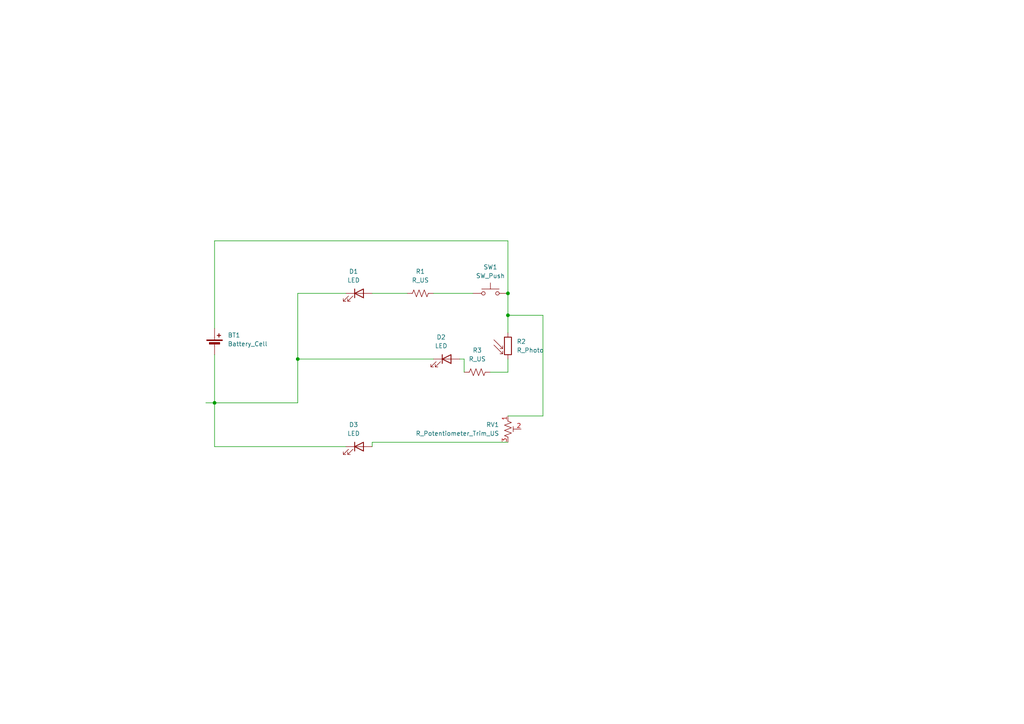
<source format=kicad_sch>
(kicad_sch
	(version 20250114)
	(generator "eeschema")
	(generator_version "9.0")
	(uuid "c958ad52-8308-4122-89b9-2b60b9f69296")
	(paper "A4")
	(lib_symbols
		(symbol "Device:Battery_Cell"
			(pin_numbers
				(hide yes)
			)
			(pin_names
				(offset 0)
				(hide yes)
			)
			(exclude_from_sim no)
			(in_bom yes)
			(on_board yes)
			(property "Reference" "BT"
				(at 2.54 2.54 0)
				(effects
					(font
						(size 1.27 1.27)
					)
					(justify left)
				)
			)
			(property "Value" "Battery_Cell"
				(at 2.54 0 0)
				(effects
					(font
						(size 1.27 1.27)
					)
					(justify left)
				)
			)
			(property "Footprint" ""
				(at 0 1.524 90)
				(effects
					(font
						(size 1.27 1.27)
					)
					(hide yes)
				)
			)
			(property "Datasheet" "~"
				(at 0 1.524 90)
				(effects
					(font
						(size 1.27 1.27)
					)
					(hide yes)
				)
			)
			(property "Description" "Single-cell battery"
				(at 0 0 0)
				(effects
					(font
						(size 1.27 1.27)
					)
					(hide yes)
				)
			)
			(property "ki_keywords" "battery cell"
				(at 0 0 0)
				(effects
					(font
						(size 1.27 1.27)
					)
					(hide yes)
				)
			)
			(symbol "Battery_Cell_0_1"
				(rectangle
					(start -2.286 1.778)
					(end 2.286 1.524)
					(stroke
						(width 0)
						(type default)
					)
					(fill
						(type outline)
					)
				)
				(rectangle
					(start -1.524 1.016)
					(end 1.524 0.508)
					(stroke
						(width 0)
						(type default)
					)
					(fill
						(type outline)
					)
				)
				(polyline
					(pts
						(xy 0 1.778) (xy 0 2.54)
					)
					(stroke
						(width 0)
						(type default)
					)
					(fill
						(type none)
					)
				)
				(polyline
					(pts
						(xy 0 0.762) (xy 0 0)
					)
					(stroke
						(width 0)
						(type default)
					)
					(fill
						(type none)
					)
				)
				(polyline
					(pts
						(xy 0.762 3.048) (xy 1.778 3.048)
					)
					(stroke
						(width 0.254)
						(type default)
					)
					(fill
						(type none)
					)
				)
				(polyline
					(pts
						(xy 1.27 3.556) (xy 1.27 2.54)
					)
					(stroke
						(width 0.254)
						(type default)
					)
					(fill
						(type none)
					)
				)
			)
			(symbol "Battery_Cell_1_1"
				(pin passive line
					(at 0 5.08 270)
					(length 2.54)
					(name "+"
						(effects
							(font
								(size 1.27 1.27)
							)
						)
					)
					(number "1"
						(effects
							(font
								(size 1.27 1.27)
							)
						)
					)
				)
				(pin passive line
					(at 0 -2.54 90)
					(length 2.54)
					(name "-"
						(effects
							(font
								(size 1.27 1.27)
							)
						)
					)
					(number "2"
						(effects
							(font
								(size 1.27 1.27)
							)
						)
					)
				)
			)
			(embedded_fonts no)
		)
		(symbol "Device:LED"
			(pin_numbers
				(hide yes)
			)
			(pin_names
				(offset 1.016)
				(hide yes)
			)
			(exclude_from_sim no)
			(in_bom yes)
			(on_board yes)
			(property "Reference" "D"
				(at 0 2.54 0)
				(effects
					(font
						(size 1.27 1.27)
					)
				)
			)
			(property "Value" "LED"
				(at 0 -2.54 0)
				(effects
					(font
						(size 1.27 1.27)
					)
				)
			)
			(property "Footprint" ""
				(at 0 0 0)
				(effects
					(font
						(size 1.27 1.27)
					)
					(hide yes)
				)
			)
			(property "Datasheet" "~"
				(at 0 0 0)
				(effects
					(font
						(size 1.27 1.27)
					)
					(hide yes)
				)
			)
			(property "Description" "Light emitting diode"
				(at 0 0 0)
				(effects
					(font
						(size 1.27 1.27)
					)
					(hide yes)
				)
			)
			(property "Sim.Pins" "1=K 2=A"
				(at 0 0 0)
				(effects
					(font
						(size 1.27 1.27)
					)
					(hide yes)
				)
			)
			(property "ki_keywords" "LED diode"
				(at 0 0 0)
				(effects
					(font
						(size 1.27 1.27)
					)
					(hide yes)
				)
			)
			(property "ki_fp_filters" "LED* LED_SMD:* LED_THT:*"
				(at 0 0 0)
				(effects
					(font
						(size 1.27 1.27)
					)
					(hide yes)
				)
			)
			(symbol "LED_0_1"
				(polyline
					(pts
						(xy -3.048 -0.762) (xy -4.572 -2.286) (xy -3.81 -2.286) (xy -4.572 -2.286) (xy -4.572 -1.524)
					)
					(stroke
						(width 0)
						(type default)
					)
					(fill
						(type none)
					)
				)
				(polyline
					(pts
						(xy -1.778 -0.762) (xy -3.302 -2.286) (xy -2.54 -2.286) (xy -3.302 -2.286) (xy -3.302 -1.524)
					)
					(stroke
						(width 0)
						(type default)
					)
					(fill
						(type none)
					)
				)
				(polyline
					(pts
						(xy -1.27 0) (xy 1.27 0)
					)
					(stroke
						(width 0)
						(type default)
					)
					(fill
						(type none)
					)
				)
				(polyline
					(pts
						(xy -1.27 -1.27) (xy -1.27 1.27)
					)
					(stroke
						(width 0.254)
						(type default)
					)
					(fill
						(type none)
					)
				)
				(polyline
					(pts
						(xy 1.27 -1.27) (xy 1.27 1.27) (xy -1.27 0) (xy 1.27 -1.27)
					)
					(stroke
						(width 0.254)
						(type default)
					)
					(fill
						(type none)
					)
				)
			)
			(symbol "LED_1_1"
				(pin passive line
					(at -3.81 0 0)
					(length 2.54)
					(name "K"
						(effects
							(font
								(size 1.27 1.27)
							)
						)
					)
					(number "1"
						(effects
							(font
								(size 1.27 1.27)
							)
						)
					)
				)
				(pin passive line
					(at 3.81 0 180)
					(length 2.54)
					(name "A"
						(effects
							(font
								(size 1.27 1.27)
							)
						)
					)
					(number "2"
						(effects
							(font
								(size 1.27 1.27)
							)
						)
					)
				)
			)
			(embedded_fonts no)
		)
		(symbol "Device:R_Photo"
			(pin_numbers
				(hide yes)
			)
			(pin_names
				(offset 0)
			)
			(exclude_from_sim no)
			(in_bom yes)
			(on_board yes)
			(property "Reference" "R"
				(at 1.27 1.27 0)
				(effects
					(font
						(size 1.27 1.27)
					)
					(justify left)
				)
			)
			(property "Value" "R_Photo"
				(at 1.27 0 0)
				(effects
					(font
						(size 1.27 1.27)
					)
					(justify left top)
				)
			)
			(property "Footprint" ""
				(at 1.27 -6.35 90)
				(effects
					(font
						(size 1.27 1.27)
					)
					(justify left)
					(hide yes)
				)
			)
			(property "Datasheet" "~"
				(at 0 -1.27 0)
				(effects
					(font
						(size 1.27 1.27)
					)
					(hide yes)
				)
			)
			(property "Description" "Photoresistor"
				(at 0 0 0)
				(effects
					(font
						(size 1.27 1.27)
					)
					(hide yes)
				)
			)
			(property "ki_keywords" "resistor variable light sensitive opto LDR"
				(at 0 0 0)
				(effects
					(font
						(size 1.27 1.27)
					)
					(hide yes)
				)
			)
			(property "ki_fp_filters" "*LDR* R?LDR*"
				(at 0 0 0)
				(effects
					(font
						(size 1.27 1.27)
					)
					(hide yes)
				)
			)
			(symbol "R_Photo_0_1"
				(polyline
					(pts
						(xy -1.524 -0.762) (xy -4.064 1.778)
					)
					(stroke
						(width 0)
						(type default)
					)
					(fill
						(type none)
					)
				)
				(polyline
					(pts
						(xy -1.524 -0.762) (xy -2.286 -0.762)
					)
					(stroke
						(width 0)
						(type default)
					)
					(fill
						(type none)
					)
				)
				(polyline
					(pts
						(xy -1.524 -0.762) (xy -1.524 0)
					)
					(stroke
						(width 0)
						(type default)
					)
					(fill
						(type none)
					)
				)
				(polyline
					(pts
						(xy -1.524 -2.286) (xy -4.064 0.254)
					)
					(stroke
						(width 0)
						(type default)
					)
					(fill
						(type none)
					)
				)
				(polyline
					(pts
						(xy -1.524 -2.286) (xy -2.286 -2.286)
					)
					(stroke
						(width 0)
						(type default)
					)
					(fill
						(type none)
					)
				)
				(polyline
					(pts
						(xy -1.524 -2.286) (xy -1.524 -1.524)
					)
					(stroke
						(width 0)
						(type default)
					)
					(fill
						(type none)
					)
				)
				(rectangle
					(start -1.016 2.54)
					(end 1.016 -2.54)
					(stroke
						(width 0.254)
						(type default)
					)
					(fill
						(type none)
					)
				)
			)
			(symbol "R_Photo_1_1"
				(pin passive line
					(at 0 3.81 270)
					(length 1.27)
					(name "~"
						(effects
							(font
								(size 1.27 1.27)
							)
						)
					)
					(number "1"
						(effects
							(font
								(size 1.27 1.27)
							)
						)
					)
				)
				(pin passive line
					(at 0 -3.81 90)
					(length 1.27)
					(name "~"
						(effects
							(font
								(size 1.27 1.27)
							)
						)
					)
					(number "2"
						(effects
							(font
								(size 1.27 1.27)
							)
						)
					)
				)
			)
			(embedded_fonts no)
		)
		(symbol "Device:R_Potentiometer_Trim_US"
			(pin_names
				(offset 1.016)
				(hide yes)
			)
			(exclude_from_sim no)
			(in_bom yes)
			(on_board yes)
			(property "Reference" "RV"
				(at -4.445 0 90)
				(effects
					(font
						(size 1.27 1.27)
					)
				)
			)
			(property "Value" "R_Potentiometer_Trim_US"
				(at -2.54 0 90)
				(effects
					(font
						(size 1.27 1.27)
					)
				)
			)
			(property "Footprint" ""
				(at 0 0 0)
				(effects
					(font
						(size 1.27 1.27)
					)
					(hide yes)
				)
			)
			(property "Datasheet" "~"
				(at 0 0 0)
				(effects
					(font
						(size 1.27 1.27)
					)
					(hide yes)
				)
			)
			(property "Description" "Trim-potentiometer, US symbol"
				(at 0 0 0)
				(effects
					(font
						(size 1.27 1.27)
					)
					(hide yes)
				)
			)
			(property "ki_keywords" "resistor variable trimpot trimmer"
				(at 0 0 0)
				(effects
					(font
						(size 1.27 1.27)
					)
					(hide yes)
				)
			)
			(property "ki_fp_filters" "Potentiometer*"
				(at 0 0 0)
				(effects
					(font
						(size 1.27 1.27)
					)
					(hide yes)
				)
			)
			(symbol "R_Potentiometer_Trim_US_0_1"
				(polyline
					(pts
						(xy 0 2.286) (xy 0 2.54)
					)
					(stroke
						(width 0)
						(type default)
					)
					(fill
						(type none)
					)
				)
				(polyline
					(pts
						(xy 0 2.286) (xy 1.016 1.905) (xy 0 1.524) (xy -1.016 1.143) (xy 0 0.762)
					)
					(stroke
						(width 0)
						(type default)
					)
					(fill
						(type none)
					)
				)
				(polyline
					(pts
						(xy 0 0.762) (xy 1.016 0.381) (xy 0 0) (xy -1.016 -0.381) (xy 0 -0.762)
					)
					(stroke
						(width 0)
						(type default)
					)
					(fill
						(type none)
					)
				)
				(polyline
					(pts
						(xy 0 -0.762) (xy 1.016 -1.143) (xy 0 -1.524) (xy -1.016 -1.905) (xy 0 -2.286)
					)
					(stroke
						(width 0)
						(type default)
					)
					(fill
						(type none)
					)
				)
				(polyline
					(pts
						(xy 0 -2.286) (xy 0 -2.54)
					)
					(stroke
						(width 0)
						(type default)
					)
					(fill
						(type none)
					)
				)
				(polyline
					(pts
						(xy 1.524 0.762) (xy 1.524 -0.762)
					)
					(stroke
						(width 0)
						(type default)
					)
					(fill
						(type none)
					)
				)
				(polyline
					(pts
						(xy 2.54 0) (xy 1.524 0)
					)
					(stroke
						(width 0)
						(type default)
					)
					(fill
						(type none)
					)
				)
			)
			(symbol "R_Potentiometer_Trim_US_1_1"
				(pin passive line
					(at 0 3.81 270)
					(length 1.27)
					(name "1"
						(effects
							(font
								(size 1.27 1.27)
							)
						)
					)
					(number "1"
						(effects
							(font
								(size 1.27 1.27)
							)
						)
					)
				)
				(pin passive line
					(at 0 -3.81 90)
					(length 1.27)
					(name "3"
						(effects
							(font
								(size 1.27 1.27)
							)
						)
					)
					(number "3"
						(effects
							(font
								(size 1.27 1.27)
							)
						)
					)
				)
				(pin passive line
					(at 3.81 0 180)
					(length 1.27)
					(name "2"
						(effects
							(font
								(size 1.27 1.27)
							)
						)
					)
					(number "2"
						(effects
							(font
								(size 1.27 1.27)
							)
						)
					)
				)
			)
			(embedded_fonts no)
		)
		(symbol "Device:R_US"
			(pin_numbers
				(hide yes)
			)
			(pin_names
				(offset 0)
			)
			(exclude_from_sim no)
			(in_bom yes)
			(on_board yes)
			(property "Reference" "R"
				(at 2.54 0 90)
				(effects
					(font
						(size 1.27 1.27)
					)
				)
			)
			(property "Value" "R_US"
				(at -2.54 0 90)
				(effects
					(font
						(size 1.27 1.27)
					)
				)
			)
			(property "Footprint" ""
				(at 1.016 -0.254 90)
				(effects
					(font
						(size 1.27 1.27)
					)
					(hide yes)
				)
			)
			(property "Datasheet" "~"
				(at 0 0 0)
				(effects
					(font
						(size 1.27 1.27)
					)
					(hide yes)
				)
			)
			(property "Description" "Resistor, US symbol"
				(at 0 0 0)
				(effects
					(font
						(size 1.27 1.27)
					)
					(hide yes)
				)
			)
			(property "ki_keywords" "R res resistor"
				(at 0 0 0)
				(effects
					(font
						(size 1.27 1.27)
					)
					(hide yes)
				)
			)
			(property "ki_fp_filters" "R_*"
				(at 0 0 0)
				(effects
					(font
						(size 1.27 1.27)
					)
					(hide yes)
				)
			)
			(symbol "R_US_0_1"
				(polyline
					(pts
						(xy 0 2.286) (xy 0 2.54)
					)
					(stroke
						(width 0)
						(type default)
					)
					(fill
						(type none)
					)
				)
				(polyline
					(pts
						(xy 0 2.286) (xy 1.016 1.905) (xy 0 1.524) (xy -1.016 1.143) (xy 0 0.762)
					)
					(stroke
						(width 0)
						(type default)
					)
					(fill
						(type none)
					)
				)
				(polyline
					(pts
						(xy 0 0.762) (xy 1.016 0.381) (xy 0 0) (xy -1.016 -0.381) (xy 0 -0.762)
					)
					(stroke
						(width 0)
						(type default)
					)
					(fill
						(type none)
					)
				)
				(polyline
					(pts
						(xy 0 -0.762) (xy 1.016 -1.143) (xy 0 -1.524) (xy -1.016 -1.905) (xy 0 -2.286)
					)
					(stroke
						(width 0)
						(type default)
					)
					(fill
						(type none)
					)
				)
				(polyline
					(pts
						(xy 0 -2.286) (xy 0 -2.54)
					)
					(stroke
						(width 0)
						(type default)
					)
					(fill
						(type none)
					)
				)
			)
			(symbol "R_US_1_1"
				(pin passive line
					(at 0 3.81 270)
					(length 1.27)
					(name "~"
						(effects
							(font
								(size 1.27 1.27)
							)
						)
					)
					(number "1"
						(effects
							(font
								(size 1.27 1.27)
							)
						)
					)
				)
				(pin passive line
					(at 0 -3.81 90)
					(length 1.27)
					(name "~"
						(effects
							(font
								(size 1.27 1.27)
							)
						)
					)
					(number "2"
						(effects
							(font
								(size 1.27 1.27)
							)
						)
					)
				)
			)
			(embedded_fonts no)
		)
		(symbol "Switch:SW_Push"
			(pin_numbers
				(hide yes)
			)
			(pin_names
				(offset 1.016)
				(hide yes)
			)
			(exclude_from_sim no)
			(in_bom yes)
			(on_board yes)
			(property "Reference" "SW"
				(at 1.27 2.54 0)
				(effects
					(font
						(size 1.27 1.27)
					)
					(justify left)
				)
			)
			(property "Value" "SW_Push"
				(at 0 -1.524 0)
				(effects
					(font
						(size 1.27 1.27)
					)
				)
			)
			(property "Footprint" ""
				(at 0 5.08 0)
				(effects
					(font
						(size 1.27 1.27)
					)
					(hide yes)
				)
			)
			(property "Datasheet" "~"
				(at 0 5.08 0)
				(effects
					(font
						(size 1.27 1.27)
					)
					(hide yes)
				)
			)
			(property "Description" "Push button switch, generic, two pins"
				(at 0 0 0)
				(effects
					(font
						(size 1.27 1.27)
					)
					(hide yes)
				)
			)
			(property "ki_keywords" "switch normally-open pushbutton push-button"
				(at 0 0 0)
				(effects
					(font
						(size 1.27 1.27)
					)
					(hide yes)
				)
			)
			(symbol "SW_Push_0_1"
				(circle
					(center -2.032 0)
					(radius 0.508)
					(stroke
						(width 0)
						(type default)
					)
					(fill
						(type none)
					)
				)
				(polyline
					(pts
						(xy 0 1.27) (xy 0 3.048)
					)
					(stroke
						(width 0)
						(type default)
					)
					(fill
						(type none)
					)
				)
				(circle
					(center 2.032 0)
					(radius 0.508)
					(stroke
						(width 0)
						(type default)
					)
					(fill
						(type none)
					)
				)
				(polyline
					(pts
						(xy 2.54 1.27) (xy -2.54 1.27)
					)
					(stroke
						(width 0)
						(type default)
					)
					(fill
						(type none)
					)
				)
				(pin passive line
					(at -5.08 0 0)
					(length 2.54)
					(name "1"
						(effects
							(font
								(size 1.27 1.27)
							)
						)
					)
					(number "1"
						(effects
							(font
								(size 1.27 1.27)
							)
						)
					)
				)
				(pin passive line
					(at 5.08 0 180)
					(length 2.54)
					(name "2"
						(effects
							(font
								(size 1.27 1.27)
							)
						)
					)
					(number "2"
						(effects
							(font
								(size 1.27 1.27)
							)
						)
					)
				)
			)
			(embedded_fonts no)
		)
	)
	(junction
		(at 147.32 85.09)
		(diameter 0)
		(color 0 0 0 0)
		(uuid "c1ebdffe-3c75-40b6-ba6e-3e270ee6ed09")
	)
	(junction
		(at 147.32 91.44)
		(diameter 0)
		(color 0 0 0 0)
		(uuid "c40ffd43-2ce5-45b9-aa00-c9a747c8e567")
	)
	(junction
		(at 62.23 116.84)
		(diameter 0)
		(color 0 0 0 0)
		(uuid "ce7a102d-f8c5-4a4e-8f22-df3ca2ec598f")
	)
	(junction
		(at 86.36 104.14)
		(diameter 0)
		(color 0 0 0 0)
		(uuid "d1a01164-6b15-4122-a410-cfb0b929acfe")
	)
	(wire
		(pts
			(xy 147.32 128.27) (xy 107.95 128.27)
		)
		(stroke
			(width 0)
			(type default)
		)
		(uuid "07f273dd-f0ee-49bd-a24a-956964369004")
	)
	(wire
		(pts
			(xy 86.36 104.14) (xy 86.36 116.84)
		)
		(stroke
			(width 0)
			(type default)
		)
		(uuid "1e74f445-2054-4408-9e13-8a9706e59c6f")
	)
	(wire
		(pts
			(xy 147.32 85.09) (xy 147.32 91.44)
		)
		(stroke
			(width 0)
			(type default)
		)
		(uuid "26df9bc3-8ac4-476d-b6dd-1a307cb95996")
	)
	(wire
		(pts
			(xy 147.32 69.85) (xy 147.32 85.09)
		)
		(stroke
			(width 0)
			(type default)
		)
		(uuid "2d4cebf4-cf2c-4ec0-b0c2-dab5508e6b73")
	)
	(wire
		(pts
			(xy 147.32 107.95) (xy 142.24 107.95)
		)
		(stroke
			(width 0)
			(type default)
		)
		(uuid "366f0198-aefd-4d34-b875-df55576e97a8")
	)
	(wire
		(pts
			(xy 157.48 91.44) (xy 157.48 120.65)
		)
		(stroke
			(width 0)
			(type default)
		)
		(uuid "3d00f819-5a74-438c-96a7-bc0d716f5e74")
	)
	(wire
		(pts
			(xy 100.33 129.54) (xy 62.23 129.54)
		)
		(stroke
			(width 0)
			(type default)
		)
		(uuid "56892cbc-d7a2-4568-9ba0-ec3c6087b993")
	)
	(wire
		(pts
			(xy 125.73 85.09) (xy 137.16 85.09)
		)
		(stroke
			(width 0)
			(type default)
		)
		(uuid "57037d2d-13f5-4fff-a497-15607820d167")
	)
	(wire
		(pts
			(xy 62.23 69.85) (xy 147.32 69.85)
		)
		(stroke
			(width 0)
			(type default)
		)
		(uuid "60c1e83c-e22d-4a97-959d-8c5e90cde60f")
	)
	(wire
		(pts
			(xy 62.23 116.84) (xy 86.36 116.84)
		)
		(stroke
			(width 0)
			(type default)
		)
		(uuid "64d4ab97-7ca5-477d-ba7d-4172b90a1768")
	)
	(wire
		(pts
			(xy 147.32 91.44) (xy 157.48 91.44)
		)
		(stroke
			(width 0)
			(type default)
		)
		(uuid "7341b416-143a-4e84-bff9-0b8d6552d56b")
	)
	(wire
		(pts
			(xy 107.95 85.09) (xy 118.11 85.09)
		)
		(stroke
			(width 0)
			(type default)
		)
		(uuid "7e145a86-928b-48f3-9910-5cf6de660416")
	)
	(wire
		(pts
			(xy 147.32 104.14) (xy 147.32 107.95)
		)
		(stroke
			(width 0)
			(type default)
		)
		(uuid "891218d7-94e0-46cf-bc0d-20a56d855e64")
	)
	(wire
		(pts
			(xy 134.62 107.95) (xy 134.62 104.14)
		)
		(stroke
			(width 0)
			(type default)
		)
		(uuid "90ad8974-7ced-4049-a8b8-031330ec8744")
	)
	(wire
		(pts
			(xy 62.23 116.84) (xy 62.23 102.87)
		)
		(stroke
			(width 0)
			(type default)
		)
		(uuid "93aa0cad-c8e1-43d7-a6fe-c951b25aea0c")
	)
	(wire
		(pts
			(xy 134.62 104.14) (xy 133.35 104.14)
		)
		(stroke
			(width 0)
			(type default)
		)
		(uuid "adb97a1b-6658-45c7-b9c6-c95e58399727")
	)
	(wire
		(pts
			(xy 107.95 128.27) (xy 107.95 129.54)
		)
		(stroke
			(width 0)
			(type default)
		)
		(uuid "ba9d3fe6-5de0-48af-bc5e-7bb14ffd8bc0")
	)
	(wire
		(pts
			(xy 62.23 95.25) (xy 62.23 69.85)
		)
		(stroke
			(width 0)
			(type default)
		)
		(uuid "babcf5b5-0185-4c89-8358-ede776581bfc")
	)
	(wire
		(pts
			(xy 86.36 104.14) (xy 125.73 104.14)
		)
		(stroke
			(width 0)
			(type default)
		)
		(uuid "c5f99aa7-65bf-476f-a1a4-709e249e065e")
	)
	(wire
		(pts
			(xy 62.23 129.54) (xy 62.23 116.84)
		)
		(stroke
			(width 0)
			(type default)
		)
		(uuid "c617ad32-a74b-4f6e-9537-7cbce7ab9965")
	)
	(wire
		(pts
			(xy 86.36 85.09) (xy 86.36 104.14)
		)
		(stroke
			(width 0)
			(type default)
		)
		(uuid "cdf1d7a0-84f6-4bfe-8d46-17ba899b1319")
	)
	(wire
		(pts
			(xy 100.33 85.09) (xy 86.36 85.09)
		)
		(stroke
			(width 0)
			(type default)
		)
		(uuid "d791379d-b42a-45ca-bf68-8f538033dade")
	)
	(wire
		(pts
			(xy 157.48 120.65) (xy 147.32 120.65)
		)
		(stroke
			(width 0)
			(type default)
		)
		(uuid "d826f55f-47b0-4727-b03a-8d837d99e74e")
	)
	(wire
		(pts
			(xy 59.69 116.84) (xy 62.23 116.84)
		)
		(stroke
			(width 0)
			(type default)
		)
		(uuid "e421e4ea-4b50-44d1-a5d7-836dcc9bf53e")
	)
	(wire
		(pts
			(xy 147.32 91.44) (xy 147.32 96.52)
		)
		(stroke
			(width 0)
			(type default)
		)
		(uuid "efe3cd56-fdef-433f-b39a-8d6a46c9aa23")
	)
	(symbol
		(lib_id "Device:R_US")
		(at 138.43 107.95 90)
		(unit 1)
		(exclude_from_sim no)
		(in_bom yes)
		(on_board yes)
		(dnp no)
		(fields_autoplaced yes)
		(uuid "1801275b-0895-4d22-a131-c907e7311e9a")
		(property "Reference" "R3"
			(at 138.43 101.6 90)
			(effects
				(font
					(size 1.27 1.27)
				)
			)
		)
		(property "Value" "R_US"
			(at 138.43 104.14 90)
			(effects
				(font
					(size 1.27 1.27)
				)
			)
		)
		(property "Footprint" "Resistor_THT:R_Axial_DIN0204_L3.6mm_D1.6mm_P7.62mm_Horizontal"
			(at 138.684 106.934 90)
			(effects
				(font
					(size 1.27 1.27)
				)
				(hide yes)
			)
		)
		(property "Datasheet" "~"
			(at 138.43 107.95 0)
			(effects
				(font
					(size 1.27 1.27)
				)
				(hide yes)
			)
		)
		(property "Description" "Resistor, US symbol"
			(at 138.43 107.95 0)
			(effects
				(font
					(size 1.27 1.27)
				)
				(hide yes)
			)
		)
		(pin "1"
			(uuid "d12c36c2-a29b-4a37-b9be-66197dbd1ea5")
		)
		(pin "2"
			(uuid "5033e4e9-6299-4ed8-a272-46abacf906ab")
		)
		(instances
			(project ""
				(path "/c958ad52-8308-4122-89b9-2b60b9f69296"
					(reference "R3")
					(unit 1)
				)
			)
		)
	)
	(symbol
		(lib_id "Device:LED")
		(at 129.54 104.14 0)
		(unit 1)
		(exclude_from_sim no)
		(in_bom yes)
		(on_board yes)
		(dnp no)
		(fields_autoplaced yes)
		(uuid "29d5a9c5-af5c-485c-b2d3-081c1c6c00e0")
		(property "Reference" "D2"
			(at 127.9525 97.79 0)
			(effects
				(font
					(size 1.27 1.27)
				)
			)
		)
		(property "Value" "LED"
			(at 127.9525 100.33 0)
			(effects
				(font
					(size 1.27 1.27)
				)
			)
		)
		(property "Footprint" "LED_THT:LED_D3.0mm"
			(at 129.54 104.14 0)
			(effects
				(font
					(size 1.27 1.27)
				)
				(hide yes)
			)
		)
		(property "Datasheet" "~"
			(at 129.54 104.14 0)
			(effects
				(font
					(size 1.27 1.27)
				)
				(hide yes)
			)
		)
		(property "Description" "Light emitting diode"
			(at 129.54 104.14 0)
			(effects
				(font
					(size 1.27 1.27)
				)
				(hide yes)
			)
		)
		(property "Sim.Pins" "1=K 2=A"
			(at 129.54 104.14 0)
			(effects
				(font
					(size 1.27 1.27)
				)
				(hide yes)
			)
		)
		(pin "2"
			(uuid "956e053c-b69f-4cff-bee5-0bc20b1bc413")
		)
		(pin "1"
			(uuid "2e652920-9148-428d-a7fb-f05915c6d008")
		)
		(instances
			(project ""
				(path "/c958ad52-8308-4122-89b9-2b60b9f69296"
					(reference "D2")
					(unit 1)
				)
			)
		)
	)
	(symbol
		(lib_id "Device:R_Potentiometer_Trim_US")
		(at 147.32 124.46 0)
		(unit 1)
		(exclude_from_sim no)
		(in_bom yes)
		(on_board yes)
		(dnp no)
		(fields_autoplaced yes)
		(uuid "52f50691-e2c1-419d-a0bd-19d01727d4d4")
		(property "Reference" "RV1"
			(at 144.78 123.1899 0)
			(effects
				(font
					(size 1.27 1.27)
				)
				(justify right)
			)
		)
		(property "Value" "R_Potentiometer_Trim_US"
			(at 144.78 125.7299 0)
			(effects
				(font
					(size 1.27 1.27)
				)
				(justify right)
			)
		)
		(property "Footprint" "Potentiometer_THT:Potentiometer_Vishay_T73YP_Vertical"
			(at 147.32 124.46 0)
			(effects
				(font
					(size 1.27 1.27)
				)
				(hide yes)
			)
		)
		(property "Datasheet" "~"
			(at 147.32 124.46 0)
			(effects
				(font
					(size 1.27 1.27)
				)
				(hide yes)
			)
		)
		(property "Description" "Trim-potentiometer, US symbol"
			(at 147.32 124.46 0)
			(effects
				(font
					(size 1.27 1.27)
				)
				(hide yes)
			)
		)
		(pin "3"
			(uuid "4a67cdaa-2699-490f-a075-efd3d17b6ba3")
		)
		(pin "1"
			(uuid "bd9902a1-188a-4bf6-8dce-a6ff7c25b5f3")
		)
		(pin "2"
			(uuid "79d58419-5bd2-46c5-a6dd-6072c0bdd213")
		)
		(instances
			(project ""
				(path "/c958ad52-8308-4122-89b9-2b60b9f69296"
					(reference "RV1")
					(unit 1)
				)
			)
		)
	)
	(symbol
		(lib_id "Device:R_Photo")
		(at 147.32 100.33 0)
		(unit 1)
		(exclude_from_sim no)
		(in_bom yes)
		(on_board yes)
		(dnp no)
		(fields_autoplaced yes)
		(uuid "64fb8f50-4ff7-4e89-834a-4ecceaa366eb")
		(property "Reference" "R2"
			(at 149.86 99.0599 0)
			(effects
				(font
					(size 1.27 1.27)
				)
				(justify left)
			)
		)
		(property "Value" "R_Photo"
			(at 149.86 101.5999 0)
			(effects
				(font
					(size 1.27 1.27)
				)
				(justify left)
			)
		)
		(property "Footprint" "OptoDevice:R_LDR_5.1x4.3mm_P3.4mm_Vertical"
			(at 148.59 106.68 90)
			(effects
				(font
					(size 1.27 1.27)
				)
				(justify left)
				(hide yes)
			)
		)
		(property "Datasheet" "~"
			(at 147.32 101.6 0)
			(effects
				(font
					(size 1.27 1.27)
				)
				(hide yes)
			)
		)
		(property "Description" "Photoresistor"
			(at 147.32 100.33 0)
			(effects
				(font
					(size 1.27 1.27)
				)
				(hide yes)
			)
		)
		(pin "1"
			(uuid "ff78f3ff-2d55-4d0b-9893-f4a5105bbf94")
		)
		(pin "2"
			(uuid "38855a37-ed5e-47c4-9160-096624950f3a")
		)
		(instances
			(project ""
				(path "/c958ad52-8308-4122-89b9-2b60b9f69296"
					(reference "R2")
					(unit 1)
				)
			)
		)
	)
	(symbol
		(lib_id "Switch:SW_Push")
		(at 142.24 85.09 0)
		(unit 1)
		(exclude_from_sim no)
		(in_bom yes)
		(on_board yes)
		(dnp no)
		(fields_autoplaced yes)
		(uuid "6a99057a-2c7d-4aec-8964-f940e6a30941")
		(property "Reference" "SW1"
			(at 142.24 77.47 0)
			(effects
				(font
					(size 1.27 1.27)
				)
			)
		)
		(property "Value" "SW_Push"
			(at 142.24 80.01 0)
			(effects
				(font
					(size 1.27 1.27)
				)
			)
		)
		(property "Footprint" "Button_Switch_THT:SW_PUSH_6mm"
			(at 142.24 80.01 0)
			(effects
				(font
					(size 1.27 1.27)
				)
				(hide yes)
			)
		)
		(property "Datasheet" "~"
			(at 142.24 80.01 0)
			(effects
				(font
					(size 1.27 1.27)
				)
				(hide yes)
			)
		)
		(property "Description" "Push button switch, generic, two pins"
			(at 142.24 85.09 0)
			(effects
				(font
					(size 1.27 1.27)
				)
				(hide yes)
			)
		)
		(pin "1"
			(uuid "31410b46-2a23-4d73-9e67-dc9fb3347a71")
		)
		(pin "2"
			(uuid "ec270567-fd09-4589-a146-a320454f4328")
		)
		(instances
			(project ""
				(path "/c958ad52-8308-4122-89b9-2b60b9f69296"
					(reference "SW1")
					(unit 1)
				)
			)
		)
	)
	(symbol
		(lib_id "Device:Battery_Cell")
		(at 62.23 100.33 0)
		(unit 1)
		(exclude_from_sim no)
		(in_bom yes)
		(on_board yes)
		(dnp no)
		(fields_autoplaced yes)
		(uuid "85dedd17-3297-4ae7-b6b4-96e62868aced")
		(property "Reference" "BT1"
			(at 66.04 97.2184 0)
			(effects
				(font
					(size 1.27 1.27)
				)
				(justify left)
			)
		)
		(property "Value" "Battery_Cell"
			(at 66.04 99.7584 0)
			(effects
				(font
					(size 1.27 1.27)
				)
				(justify left)
			)
		)
		(property "Footprint" "Battery:BatteryHolder_Keystone_3034_1x20mm"
			(at 62.23 98.806 90)
			(effects
				(font
					(size 1.27 1.27)
				)
				(hide yes)
			)
		)
		(property "Datasheet" "~"
			(at 62.23 98.806 90)
			(effects
				(font
					(size 1.27 1.27)
				)
				(hide yes)
			)
		)
		(property "Description" "Single-cell battery"
			(at 62.23 100.33 0)
			(effects
				(font
					(size 1.27 1.27)
				)
				(hide yes)
			)
		)
		(pin "1"
			(uuid "eae123ea-58e0-44c1-9e6c-7676f3055f9c")
		)
		(pin "2"
			(uuid "0ce3b014-9ee9-434b-b260-74775c0cfc0c")
		)
		(instances
			(project ""
				(path "/c958ad52-8308-4122-89b9-2b60b9f69296"
					(reference "BT1")
					(unit 1)
				)
			)
		)
	)
	(symbol
		(lib_id "Device:LED")
		(at 104.14 129.54 0)
		(unit 1)
		(exclude_from_sim no)
		(in_bom yes)
		(on_board yes)
		(dnp no)
		(fields_autoplaced yes)
		(uuid "bfcd0bfb-d0e0-4c3c-9987-fbae6293eab0")
		(property "Reference" "D3"
			(at 102.5525 123.19 0)
			(effects
				(font
					(size 1.27 1.27)
				)
			)
		)
		(property "Value" "LED"
			(at 102.5525 125.73 0)
			(effects
				(font
					(size 1.27 1.27)
				)
			)
		)
		(property "Footprint" "LED_THT:LED_D3.0mm"
			(at 104.14 129.54 0)
			(effects
				(font
					(size 1.27 1.27)
				)
				(hide yes)
			)
		)
		(property "Datasheet" "~"
			(at 104.14 129.54 0)
			(effects
				(font
					(size 1.27 1.27)
				)
				(hide yes)
			)
		)
		(property "Description" "Light emitting diode"
			(at 104.14 129.54 0)
			(effects
				(font
					(size 1.27 1.27)
				)
				(hide yes)
			)
		)
		(property "Sim.Pins" "1=K 2=A"
			(at 104.14 129.54 0)
			(effects
				(font
					(size 1.27 1.27)
				)
				(hide yes)
			)
		)
		(pin "1"
			(uuid "6ef5029f-7af1-452a-afe7-f805455b114b")
		)
		(pin "2"
			(uuid "9677b0d7-449f-45b0-bdbd-4f85b43faebd")
		)
		(instances
			(project ""
				(path "/c958ad52-8308-4122-89b9-2b60b9f69296"
					(reference "D3")
					(unit 1)
				)
			)
		)
	)
	(symbol
		(lib_id "Device:LED")
		(at 104.14 85.09 0)
		(unit 1)
		(exclude_from_sim no)
		(in_bom yes)
		(on_board yes)
		(dnp no)
		(fields_autoplaced yes)
		(uuid "e1ad80cc-f1c9-416c-b8f1-544594fa83d3")
		(property "Reference" "D1"
			(at 102.5525 78.74 0)
			(effects
				(font
					(size 1.27 1.27)
				)
			)
		)
		(property "Value" "LED"
			(at 102.5525 81.28 0)
			(effects
				(font
					(size 1.27 1.27)
				)
			)
		)
		(property "Footprint" "LED_THT:LED_D3.0mm"
			(at 104.14 85.09 0)
			(effects
				(font
					(size 1.27 1.27)
				)
				(hide yes)
			)
		)
		(property "Datasheet" "~"
			(at 104.14 85.09 0)
			(effects
				(font
					(size 1.27 1.27)
				)
				(hide yes)
			)
		)
		(property "Description" "Light emitting diode"
			(at 104.14 85.09 0)
			(effects
				(font
					(size 1.27 1.27)
				)
				(hide yes)
			)
		)
		(property "Sim.Pins" "1=K 2=A"
			(at 104.14 85.09 0)
			(effects
				(font
					(size 1.27 1.27)
				)
				(hide yes)
			)
		)
		(pin "1"
			(uuid "99706151-d279-48f5-abb1-1928d140d713")
		)
		(pin "2"
			(uuid "9820e600-4e31-4700-bc9a-da3c1f7b8074")
		)
		(instances
			(project ""
				(path "/c958ad52-8308-4122-89b9-2b60b9f69296"
					(reference "D1")
					(unit 1)
				)
			)
		)
	)
	(symbol
		(lib_id "Device:R_US")
		(at 121.92 85.09 90)
		(unit 1)
		(exclude_from_sim no)
		(in_bom yes)
		(on_board yes)
		(dnp no)
		(fields_autoplaced yes)
		(uuid "ec738bb8-8868-4a5d-b4dc-35459dd20e2c")
		(property "Reference" "R1"
			(at 121.92 78.74 90)
			(effects
				(font
					(size 1.27 1.27)
				)
			)
		)
		(property "Value" "R_US"
			(at 121.92 81.28 90)
			(effects
				(font
					(size 1.27 1.27)
				)
			)
		)
		(property "Footprint" "Resistor_THT:R_Axial_DIN0207_L6.3mm_D2.5mm_P7.62mm_Horizontal"
			(at 122.174 84.074 90)
			(effects
				(font
					(size 1.27 1.27)
				)
				(hide yes)
			)
		)
		(property "Datasheet" "~"
			(at 121.92 85.09 0)
			(effects
				(font
					(size 1.27 1.27)
				)
				(hide yes)
			)
		)
		(property "Description" "Resistor, US symbol"
			(at 121.92 85.09 0)
			(effects
				(font
					(size 1.27 1.27)
				)
				(hide yes)
			)
		)
		(pin "2"
			(uuid "61b4dd30-2411-4f76-8ac5-4bf8c6a214c3")
		)
		(pin "1"
			(uuid "e90b7fae-2026-4db7-9e04-235ca8d5bfd1")
		)
		(instances
			(project ""
				(path "/c958ad52-8308-4122-89b9-2b60b9f69296"
					(reference "R1")
					(unit 1)
				)
			)
		)
	)
	(sheet_instances
		(path "/"
			(page "1")
		)
	)
	(embedded_fonts no)
)

</source>
